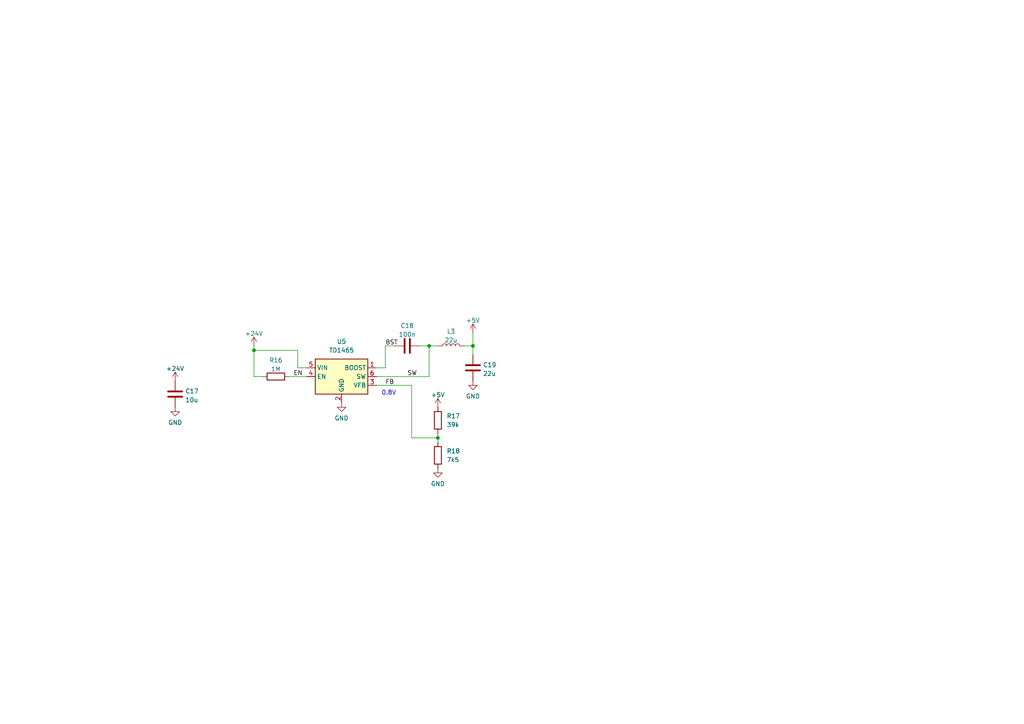
<source format=kicad_sch>
(kicad_sch (version 20250114) (generator "eeschema") (generator_version "9.0")
  (paper "A4")
  (lib_symbols
    (symbol "Device:C" (pin_numbers (hide yes)) (pin_names (offset 0.254))
      (property "Reference" "C" (at 0.635 2.54 0))
      (property "Value" "C" (at 0.635 -2.54 0))
      (symbol "C_0_1"
        (polyline (pts (xy -2.032 0.762) (xy 2.032 0.762)) (stroke (width 0.508)))
        (polyline (pts (xy -2.032 -0.762) (xy 2.032 -0.762)) (stroke (width 0.508)))
      )
      (symbol "C_1_1"
        (pin passive line (at 0 3.81 270) (length 2.794) (name "~") (number "1"))
        (pin passive line (at 0 -3.81 90) (length 2.794) (name "~") (number "2"))
      )
    )
    (symbol "Device:L" (pin_numbers (hide yes)) (pin_names (offset 1.016) (hide yes))
      (property "Reference" "L" (at -1.27 0 90))
      (property "Value" "L" (at 1.905 0 90))
      (symbol "L_0_1"
        (arc (start 0 2.54) (mid 0.6323 1.905) (end 0 1.27))
        (arc (start 0 1.27) (mid 0.6323 0.635) (end 0 0))
        (arc (start 0 0) (mid 0.6323 -0.635) (end 0 -1.27))
        (arc (start 0 -1.27) (mid 0.6323 -1.905) (end 0 -2.54))
      )
      (symbol "L_1_1"
        (pin passive line (at 0 3.81 270) (length 1.27) (name "1") (number "1"))
        (pin passive line (at 0 -3.81 90) (length 1.27) (name "2") (number "2"))
      )
    )
    (symbol "Device:R" (pin_numbers (hide yes)) (pin_names (offset 0))
      (property "Reference" "R" (at 2.032 0 90))
      (property "Value" "R" (at 0 0 90))
      (symbol "R_0_1"
        (rectangle (start -1.016 -2.54) (end 1.016 2.54) (stroke (width 0.254)))
      )
      (symbol "R_1_1"
        (pin passive line (at 0 3.81 270) (length 1.27) (name "~") (number "1"))
        (pin passive line (at 0 -3.81 90) (length 1.27) (name "~") (number "2"))
      )
    )
    (symbol "Regulator_Switching:MCP16331CH"
      (property "Reference" "U" (at -7.874 6.35 0))
      (property "Value" "MCP16331CH" (at -2.54 6.35 0))
      (symbol "MCP16331CH_0_1"
        (rectangle (start -7.62 5.08) (end 7.62 -5.08) (stroke (width 0.254)) (fill (type background)))
      )
      (symbol "MCP16331CH_1_1"
        (pin power_in line (at -10.16 2.54 0) (length 2.54) (name "VIN") (number "5"))
        (pin input line (at -10.16 0 0) (length 2.54) (name "EN") (number "4"))
        (pin power_in line (at 0 -7.62 90) (length 2.54) (name "GND") (number "2"))
        (pin input line (at 10.16 2.54 180) (length 2.54) (name "BOOST") (number "1"))
        (pin output line (at 10.16 0 180) (length 2.54) (name "SW") (number "6"))
        (pin input line (at 10.16 -2.54 180) (length 2.54) (name "VFB") (number "3"))
      )
    )
    (symbol "power:+24V" (power) (pin_names (offset 0))
      (property "Value" "+24V" (at 0 3.556 0))
      (symbol "+24V_0_1"
        (polyline (pts (xy -0.762 1.27) (xy 0 2.54)))
        (polyline (pts (xy 0 2.54) (xy 0.762 1.27)))
        (polyline (pts (xy 0 0) (xy 0 2.54)))
      )
      (symbol "+24V_1_1"
        (pin power_in line (at 0 0 90) (length 0) (hide yes) (name "+24V") (number "1"))
      )
    )
    (symbol "power:+5V" (power) (pin_names (offset 0))
      (property "Value" "+5V" (at 0 3.556 0))
      (symbol "+5V_0_1"
        (polyline (pts (xy -0.762 1.27) (xy 0 2.54)))
        (polyline (pts (xy 0 2.54) (xy 0.762 1.27)))
        (polyline (pts (xy 0 0) (xy 0 2.54)))
      )
      (symbol "+5V_1_1"
        (pin power_in line (at 0 0 90) (length 0) (hide yes) (name "+5V") (number "1"))
      )
    )
    (symbol "power:GND" (power) (pin_names (offset 0))
      (property "Value" "GND" (at 0 -3.81 0))
      (symbol "GND_0_1"
        (polyline (pts (xy 0 0) (xy 0 -1.27) (xy 1.27 -1.27) (xy 0 -2.54) (xy -1.27 -1.27) (xy 0 -1.27)))
      )
      (symbol "GND_1_1"
        (pin power_in line (at 0 0 270) (length 0) (hide yes) (name "GND") (number "1"))
      )
    )
  )
  (text "0.8V" (at 112.776 114.046 0) (effects (font (size 1.27 1.27))))
  (junction (at 73.66 101.6))
  (junction (at 127 127))
  (junction (at 137.16 100.33))
  (junction (at 124.46 100.33))
  (wire (pts (xy 124.46 109.22) (xy 124.46 100.33)))
  (wire (pts (xy 111.76 100.33) (xy 114.3 100.33)))
  (wire (pts (xy 119.38 111.76) (xy 119.38 127)))
  (wire (pts (xy 86.36 101.6) (xy 73.66 101.6)))
  (wire (pts (xy 88.9 106.68) (xy 86.36 106.68)))
  (wire (pts (xy 137.16 96.52) (xy 137.16 100.33)))
  (wire (pts (xy 119.38 127) (xy 127 127)))
  (wire (pts (xy 121.92 100.33) (xy 124.46 100.33)))
  (wire (pts (xy 124.46 100.33) (xy 127 100.33)))
  (wire (pts (xy 137.16 100.33) (xy 137.16 102.87)))
  (wire (pts (xy 127 127) (xy 127 128.27)))
  (wire (pts (xy 73.66 109.22) (xy 76.2 109.22)))
  (wire (pts (xy 73.66 100.33) (xy 73.66 101.6)))
  (wire (pts (xy 83.82 109.22) (xy 88.9 109.22)))
  (wire (pts (xy 73.66 101.6) (xy 73.66 109.22)))
  (wire (pts (xy 109.22 111.76) (xy 119.38 111.76)))
  (wire (pts (xy 111.76 106.68) (xy 111.76 100.33)))
  (wire (pts (xy 137.16 100.33) (xy 134.62 100.33)))
  (wire (pts (xy 86.36 106.68) (xy 86.36 101.6)))
  (wire (pts (xy 109.22 106.68) (xy 111.76 106.68)))
  (wire (pts (xy 109.22 109.22) (xy 124.46 109.22)))
  (wire (pts (xy 127 125.73) (xy 127 127)))
  (label "EN" (at 85.09 109.22 0))
  (label "BST" (at 111.76 100.33 0))
  (label "FB" (at 111.76 111.76 0))
  (label "SW" (at 118.11 109.22 0))
  (symbol (lib_id "Device:C") (at 50.8 114.3 180) (unit 1)
    (property "Reference" "C17" (at 53.721 113.4653 0) (effects (justify right)))
    (property "Value" "10u" (at 53.721 116.0022 0) (effects (justify right)))
    (property "Footprint" "Capacitor_SMD:C_1206_3216Metric" (effects (hide yes)))
    (property "LCSC" "C13585" (effects (hide yes)))
  )
  (symbol (lib_id "power:GND") (at 50.8 118.11 0) (unit 1)
    (property "Reference" "#PWR054" (effects (hide yes)))
    (property "Value" "GND" (at 50.8 122.5534 0))
  )
  (symbol (lib_id "Device:R") (at 127 132.08 0) (unit 1)
    (property "Reference" "R18" (at 129.54 130.8099 0) (effects (justify left)))
    (property "Value" "7k5" (at 129.54 133.3499 0) (effects (justify left)))
    (property "Footprint" "Resistor_SMD:R_0603_1608Metric" (effects (hide yes)))
    (property "LCSC" "C23234" (effects (hide yes)))
  )
  (symbol (lib_id "power:+24V") (at 50.8 110.49 0) (unit 1)
    (property "Reference" "#PWR053" (effects (hide yes)))
    (property "Value" "+24V" (at 50.8 106.9142 0))
  )
  (symbol (lib_id "Device:R") (at 127 121.92 0) (unit 1)
    (property "Reference" "R17" (at 129.54 120.6499 0) (effects (justify left)))
    (property "Value" "39k" (at 129.54 123.1899 0) (effects (justify left)))
    (property "Footprint" "Resistor_SMD:R_0603_1608Metric" (effects (hide yes)))
    (property "LCSC" "C23153" (effects (hide yes)))
  )
  (symbol (lib_id "Device:C") (at 137.16 106.68 180) (unit 1)
    (property "Reference" "C19" (at 140.081 105.8453 0) (effects (justify right)))
    (property "Value" "22u" (at 140.081 108.3822 0) (effects (justify right)))
    (property "Footprint" "Capacitor_SMD:C_0805_2012Metric" (effects (hide yes)))
    (property "LCSC" "C45783" (effects (hide yes)))
  )
  (symbol (lib_id "Device:C") (at 118.11 100.33 90) (unit 1)
    (property "Reference" "C18" (at 118.11 94.4712 90))
    (property "Value" "100n" (at 118.11 97.0081 90))
    (property "Footprint" "Capacitor_SMD:C_0603_1608Metric" (effects (hide yes)))
    (property "LCSC" "C14663" (effects (hide yes)))
  )
  (symbol (lib_id "power:+24V") (at 73.66 100.33 0) (unit 1)
    (property "Reference" "#PWR055" (effects (hide yes)))
    (property "Value" "+24V" (at 73.66 96.7542 0))
  )
  (symbol (lib_id "Device:L") (at 130.81 100.33 90) (unit 1)
    (property "Reference" "L3" (at 130.81 96.1222 90))
    (property "Value" "22u" (at 130.81 98.6591 90))
    (property "Footprint" "Inductor_SMD:L_1210_3225Metric" (effects (hide yes)))
    (property "LCSC" "C223225" (effects (hide yes)))
  )
  (symbol (lib_id "Device:R") (at 80.01 109.22 270) (unit 1)
    (property "Reference" "R16" (at 80.01 104.5042 90))
    (property "Value" "1M" (at 80.01 107.0411 90))
    (property "Footprint" "Resistor_SMD:R_0603_1608Metric" (effects (hide yes)))
    (property "LCSC" "C22935" (effects (hide yes)))
  )
  (symbol (lib_id "power:+5V") (at 137.16 96.52 0) (unit 1)
    (property "Reference" "#PWR059" (effects (hide yes)))
    (property "Value" "+5V" (at 137.16 92.9442 0))
  )
  (symbol (lib_id "power:GND") (at 99.06 116.84 0) (unit 1)
    (property "Reference" "#PWR056" (effects (hide yes)))
    (property "Value" "GND" (at 99.06 121.2834 0))
  )
  (symbol (lib_id "power:+5V") (at 127 118.11 0) (unit 1)
    (property "Reference" "#PWR057" (effects (hide yes)))
    (property "Value" "+5V" (at 127 114.5342 0))
  )
  (symbol (lib_id "Regulator_Switching:MCP16331CH") (at 99.06 109.22 0) (unit 1)
    (property "Reference" "U5" (at 99.06 99.06 0))
    (property "Value" "TD1465" (at 99.06 101.6 0))
    (property "Footprint" "Package_TO_SOT_SMD:SOT-23-6" (effects (hide yes)))
    (property "Datasheet" "http://ww1.microchip.com/downloads/en/DeviceDoc/20005308C.pdf" (effects (hide yes)))
    (property "LCSC" "C2832208" (effects (hide yes)))
  )
  (symbol (lib_id "power:GND") (at 137.16 110.49 0) (unit 1)
    (property "Reference" "#PWR060" (effects (hide yes)))
    (property "Value" "GND" (at 137.16 114.9334 0))
  )
  (symbol (lib_id "power:GND") (at 127 135.89 0) (unit 1)
    (property "Reference" "#PWR058" (effects (hide yes)))
    (property "Value" "GND" (at 127 140.3334 0))
  )
)
</source>
